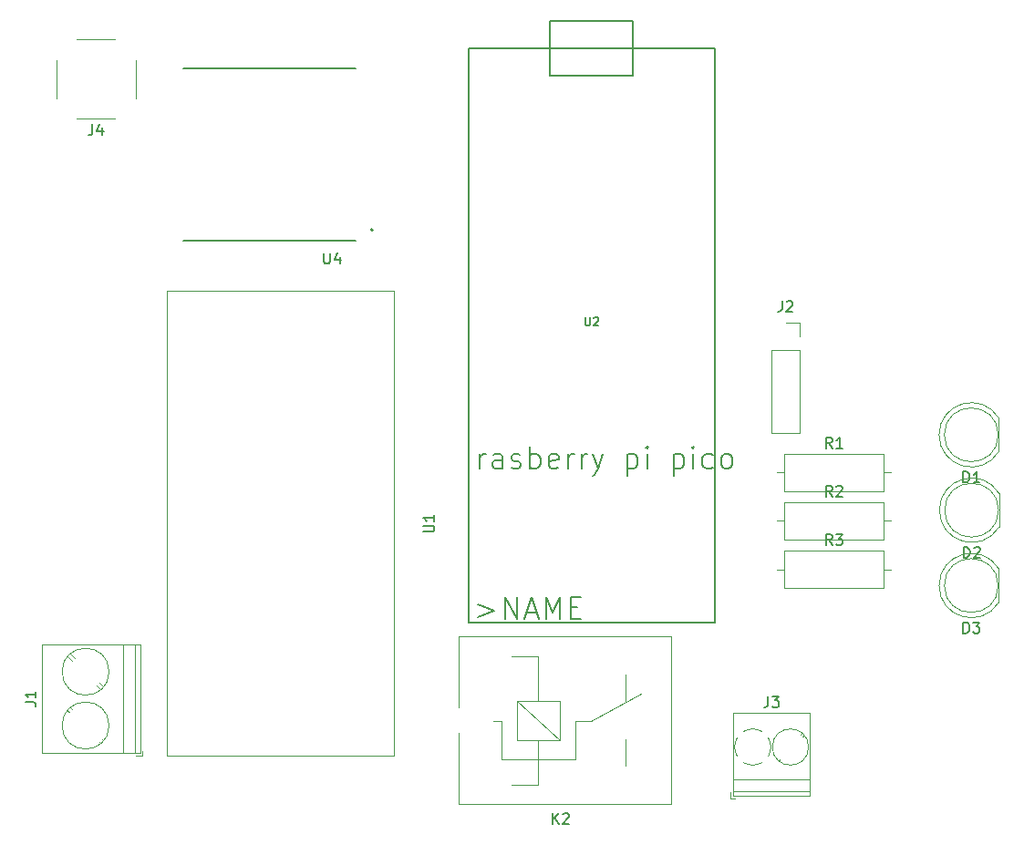
<source format=gbr>
%TF.GenerationSoftware,KiCad,Pcbnew,8.0.2*%
%TF.CreationDate,2024-05-25T14:23:29+03:00*%
%TF.ProjectId,LoRa_irrigation_system,4c6f5261-5f69-4727-9269-676174696f6e,rev?*%
%TF.SameCoordinates,Original*%
%TF.FileFunction,Legend,Top*%
%TF.FilePolarity,Positive*%
%FSLAX46Y46*%
G04 Gerber Fmt 4.6, Leading zero omitted, Abs format (unit mm)*
G04 Created by KiCad (PCBNEW 8.0.2) date 2024-05-25 14:23:29*
%MOMM*%
%LPD*%
G01*
G04 APERTURE LIST*
%ADD10C,0.150000*%
%ADD11C,0.120000*%
%ADD12C,0.152400*%
%ADD13C,0.203200*%
%ADD14C,0.200000*%
G04 APERTURE END LIST*
D10*
X91626666Y-53164819D02*
X91626666Y-53879104D01*
X91626666Y-53879104D02*
X91579047Y-54021961D01*
X91579047Y-54021961D02*
X91483809Y-54117200D01*
X91483809Y-54117200D02*
X91340952Y-54164819D01*
X91340952Y-54164819D02*
X91245714Y-54164819D01*
X92531428Y-53498152D02*
X92531428Y-54164819D01*
X92293333Y-53117200D02*
X92055238Y-53831485D01*
X92055238Y-53831485D02*
X92674285Y-53831485D01*
X172531905Y-93414819D02*
X172531905Y-92414819D01*
X172531905Y-92414819D02*
X172770000Y-92414819D01*
X172770000Y-92414819D02*
X172912857Y-92462438D01*
X172912857Y-92462438D02*
X173008095Y-92557676D01*
X173008095Y-92557676D02*
X173055714Y-92652914D01*
X173055714Y-92652914D02*
X173103333Y-92843390D01*
X173103333Y-92843390D02*
X173103333Y-92986247D01*
X173103333Y-92986247D02*
X173055714Y-93176723D01*
X173055714Y-93176723D02*
X173008095Y-93271961D01*
X173008095Y-93271961D02*
X172912857Y-93367200D01*
X172912857Y-93367200D02*
X172770000Y-93414819D01*
X172770000Y-93414819D02*
X172531905Y-93414819D01*
X173484286Y-92510057D02*
X173531905Y-92462438D01*
X173531905Y-92462438D02*
X173627143Y-92414819D01*
X173627143Y-92414819D02*
X173865238Y-92414819D01*
X173865238Y-92414819D02*
X173960476Y-92462438D01*
X173960476Y-92462438D02*
X174008095Y-92510057D01*
X174008095Y-92510057D02*
X174055714Y-92605295D01*
X174055714Y-92605295D02*
X174055714Y-92700533D01*
X174055714Y-92700533D02*
X174008095Y-92843390D01*
X174008095Y-92843390D02*
X173436667Y-93414819D01*
X173436667Y-93414819D02*
X174055714Y-93414819D01*
X172501905Y-86414819D02*
X172501905Y-85414819D01*
X172501905Y-85414819D02*
X172740000Y-85414819D01*
X172740000Y-85414819D02*
X172882857Y-85462438D01*
X172882857Y-85462438D02*
X172978095Y-85557676D01*
X172978095Y-85557676D02*
X173025714Y-85652914D01*
X173025714Y-85652914D02*
X173073333Y-85843390D01*
X173073333Y-85843390D02*
X173073333Y-85986247D01*
X173073333Y-85986247D02*
X173025714Y-86176723D01*
X173025714Y-86176723D02*
X172978095Y-86271961D01*
X172978095Y-86271961D02*
X172882857Y-86367200D01*
X172882857Y-86367200D02*
X172740000Y-86414819D01*
X172740000Y-86414819D02*
X172501905Y-86414819D01*
X174025714Y-86414819D02*
X173454286Y-86414819D01*
X173740000Y-86414819D02*
X173740000Y-85414819D01*
X173740000Y-85414819D02*
X173644762Y-85557676D01*
X173644762Y-85557676D02*
X173549524Y-85652914D01*
X173549524Y-85652914D02*
X173454286Y-85700533D01*
X154366666Y-106294819D02*
X154366666Y-107009104D01*
X154366666Y-107009104D02*
X154319047Y-107151961D01*
X154319047Y-107151961D02*
X154223809Y-107247200D01*
X154223809Y-107247200D02*
X154080952Y-107294819D01*
X154080952Y-107294819D02*
X153985714Y-107294819D01*
X154747619Y-106294819D02*
X155366666Y-106294819D01*
X155366666Y-106294819D02*
X155033333Y-106675771D01*
X155033333Y-106675771D02*
X155176190Y-106675771D01*
X155176190Y-106675771D02*
X155271428Y-106723390D01*
X155271428Y-106723390D02*
X155319047Y-106771009D01*
X155319047Y-106771009D02*
X155366666Y-106866247D01*
X155366666Y-106866247D02*
X155366666Y-107104342D01*
X155366666Y-107104342D02*
X155319047Y-107199580D01*
X155319047Y-107199580D02*
X155271428Y-107247200D01*
X155271428Y-107247200D02*
X155176190Y-107294819D01*
X155176190Y-107294819D02*
X154890476Y-107294819D01*
X154890476Y-107294819D02*
X154795238Y-107247200D01*
X154795238Y-107247200D02*
X154747619Y-107199580D01*
X85394819Y-106833333D02*
X86109104Y-106833333D01*
X86109104Y-106833333D02*
X86251961Y-106880952D01*
X86251961Y-106880952D02*
X86347200Y-106976190D01*
X86347200Y-106976190D02*
X86394819Y-107119047D01*
X86394819Y-107119047D02*
X86394819Y-107214285D01*
X86394819Y-105833333D02*
X86394819Y-106404761D01*
X86394819Y-106119047D02*
X85394819Y-106119047D01*
X85394819Y-106119047D02*
X85537676Y-106214285D01*
X85537676Y-106214285D02*
X85632914Y-106309523D01*
X85632914Y-106309523D02*
X85680533Y-106404761D01*
X160333333Y-87734819D02*
X160000000Y-87258628D01*
X159761905Y-87734819D02*
X159761905Y-86734819D01*
X159761905Y-86734819D02*
X160142857Y-86734819D01*
X160142857Y-86734819D02*
X160238095Y-86782438D01*
X160238095Y-86782438D02*
X160285714Y-86830057D01*
X160285714Y-86830057D02*
X160333333Y-86925295D01*
X160333333Y-86925295D02*
X160333333Y-87068152D01*
X160333333Y-87068152D02*
X160285714Y-87163390D01*
X160285714Y-87163390D02*
X160238095Y-87211009D01*
X160238095Y-87211009D02*
X160142857Y-87258628D01*
X160142857Y-87258628D02*
X159761905Y-87258628D01*
X160714286Y-86830057D02*
X160761905Y-86782438D01*
X160761905Y-86782438D02*
X160857143Y-86734819D01*
X160857143Y-86734819D02*
X161095238Y-86734819D01*
X161095238Y-86734819D02*
X161190476Y-86782438D01*
X161190476Y-86782438D02*
X161238095Y-86830057D01*
X161238095Y-86830057D02*
X161285714Y-86925295D01*
X161285714Y-86925295D02*
X161285714Y-87020533D01*
X161285714Y-87020533D02*
X161238095Y-87163390D01*
X161238095Y-87163390D02*
X160666667Y-87734819D01*
X160666667Y-87734819D02*
X161285714Y-87734819D01*
X122378319Y-91013404D02*
X123187842Y-91013404D01*
X123187842Y-91013404D02*
X123283080Y-90965785D01*
X123283080Y-90965785D02*
X123330700Y-90918166D01*
X123330700Y-90918166D02*
X123378319Y-90822928D01*
X123378319Y-90822928D02*
X123378319Y-90632452D01*
X123378319Y-90632452D02*
X123330700Y-90537214D01*
X123330700Y-90537214D02*
X123283080Y-90489595D01*
X123283080Y-90489595D02*
X123187842Y-90441976D01*
X123187842Y-90441976D02*
X122378319Y-90441976D01*
X123378319Y-89441976D02*
X123378319Y-90013404D01*
X123378319Y-89727690D02*
X122378319Y-89727690D01*
X122378319Y-89727690D02*
X122521176Y-89822928D01*
X122521176Y-89822928D02*
X122616414Y-89918166D01*
X122616414Y-89918166D02*
X122664033Y-90013404D01*
X137400074Y-71069065D02*
X137400074Y-71706486D01*
X137400074Y-71706486D02*
X137437570Y-71781476D01*
X137437570Y-71781476D02*
X137475065Y-71818972D01*
X137475065Y-71818972D02*
X137550056Y-71856467D01*
X137550056Y-71856467D02*
X137700037Y-71856467D01*
X137700037Y-71856467D02*
X137775028Y-71818972D01*
X137775028Y-71818972D02*
X137812523Y-71781476D01*
X137812523Y-71781476D02*
X137850018Y-71706486D01*
X137850018Y-71706486D02*
X137850018Y-71069065D01*
X138187476Y-71144056D02*
X138224971Y-71106560D01*
X138224971Y-71106560D02*
X138299962Y-71069065D01*
X138299962Y-71069065D02*
X138487439Y-71069065D01*
X138487439Y-71069065D02*
X138562429Y-71106560D01*
X138562429Y-71106560D02*
X138599925Y-71144056D01*
X138599925Y-71144056D02*
X138637420Y-71219046D01*
X138637420Y-71219046D02*
X138637420Y-71294037D01*
X138637420Y-71294037D02*
X138599925Y-71406523D01*
X138599925Y-71406523D02*
X138149981Y-71856467D01*
X138149981Y-71856467D02*
X138637420Y-71856467D01*
X127603332Y-85117438D02*
X127603332Y-83784104D01*
X127603332Y-84165057D02*
X127698570Y-83974580D01*
X127698570Y-83974580D02*
X127793808Y-83879342D01*
X127793808Y-83879342D02*
X127984284Y-83784104D01*
X127984284Y-83784104D02*
X128174761Y-83784104D01*
X129698570Y-85117438D02*
X129698570Y-84069819D01*
X129698570Y-84069819D02*
X129603332Y-83879342D01*
X129603332Y-83879342D02*
X129412856Y-83784104D01*
X129412856Y-83784104D02*
X129031903Y-83784104D01*
X129031903Y-83784104D02*
X128841427Y-83879342D01*
X129698570Y-85022200D02*
X129508094Y-85117438D01*
X129508094Y-85117438D02*
X129031903Y-85117438D01*
X129031903Y-85117438D02*
X128841427Y-85022200D01*
X128841427Y-85022200D02*
X128746189Y-84831723D01*
X128746189Y-84831723D02*
X128746189Y-84641247D01*
X128746189Y-84641247D02*
X128841427Y-84450771D01*
X128841427Y-84450771D02*
X129031903Y-84355533D01*
X129031903Y-84355533D02*
X129508094Y-84355533D01*
X129508094Y-84355533D02*
X129698570Y-84260295D01*
X130555713Y-85022200D02*
X130746189Y-85117438D01*
X130746189Y-85117438D02*
X131127141Y-85117438D01*
X131127141Y-85117438D02*
X131317618Y-85022200D01*
X131317618Y-85022200D02*
X131412856Y-84831723D01*
X131412856Y-84831723D02*
X131412856Y-84736485D01*
X131412856Y-84736485D02*
X131317618Y-84546009D01*
X131317618Y-84546009D02*
X131127141Y-84450771D01*
X131127141Y-84450771D02*
X130841427Y-84450771D01*
X130841427Y-84450771D02*
X130650951Y-84355533D01*
X130650951Y-84355533D02*
X130555713Y-84165057D01*
X130555713Y-84165057D02*
X130555713Y-84069819D01*
X130555713Y-84069819D02*
X130650951Y-83879342D01*
X130650951Y-83879342D02*
X130841427Y-83784104D01*
X130841427Y-83784104D02*
X131127141Y-83784104D01*
X131127141Y-83784104D02*
X131317618Y-83879342D01*
X132269999Y-85117438D02*
X132269999Y-83117438D01*
X132269999Y-83879342D02*
X132460475Y-83784104D01*
X132460475Y-83784104D02*
X132841428Y-83784104D01*
X132841428Y-83784104D02*
X133031904Y-83879342D01*
X133031904Y-83879342D02*
X133127142Y-83974580D01*
X133127142Y-83974580D02*
X133222380Y-84165057D01*
X133222380Y-84165057D02*
X133222380Y-84736485D01*
X133222380Y-84736485D02*
X133127142Y-84926961D01*
X133127142Y-84926961D02*
X133031904Y-85022200D01*
X133031904Y-85022200D02*
X132841428Y-85117438D01*
X132841428Y-85117438D02*
X132460475Y-85117438D01*
X132460475Y-85117438D02*
X132269999Y-85022200D01*
X134841428Y-85022200D02*
X134650952Y-85117438D01*
X134650952Y-85117438D02*
X134269999Y-85117438D01*
X134269999Y-85117438D02*
X134079523Y-85022200D01*
X134079523Y-85022200D02*
X133984285Y-84831723D01*
X133984285Y-84831723D02*
X133984285Y-84069819D01*
X133984285Y-84069819D02*
X134079523Y-83879342D01*
X134079523Y-83879342D02*
X134269999Y-83784104D01*
X134269999Y-83784104D02*
X134650952Y-83784104D01*
X134650952Y-83784104D02*
X134841428Y-83879342D01*
X134841428Y-83879342D02*
X134936666Y-84069819D01*
X134936666Y-84069819D02*
X134936666Y-84260295D01*
X134936666Y-84260295D02*
X133984285Y-84450771D01*
X135793809Y-85117438D02*
X135793809Y-83784104D01*
X135793809Y-84165057D02*
X135889047Y-83974580D01*
X135889047Y-83974580D02*
X135984285Y-83879342D01*
X135984285Y-83879342D02*
X136174761Y-83784104D01*
X136174761Y-83784104D02*
X136365238Y-83784104D01*
X137031904Y-85117438D02*
X137031904Y-83784104D01*
X137031904Y-84165057D02*
X137127142Y-83974580D01*
X137127142Y-83974580D02*
X137222380Y-83879342D01*
X137222380Y-83879342D02*
X137412856Y-83784104D01*
X137412856Y-83784104D02*
X137603333Y-83784104D01*
X138079523Y-83784104D02*
X138555713Y-85117438D01*
X139031904Y-83784104D02*
X138555713Y-85117438D01*
X138555713Y-85117438D02*
X138365237Y-85593628D01*
X138365237Y-85593628D02*
X138269999Y-85688866D01*
X138269999Y-85688866D02*
X138079523Y-85784104D01*
X141317619Y-83784104D02*
X141317619Y-85784104D01*
X141317619Y-83879342D02*
X141508095Y-83784104D01*
X141508095Y-83784104D02*
X141889048Y-83784104D01*
X141889048Y-83784104D02*
X142079524Y-83879342D01*
X142079524Y-83879342D02*
X142174762Y-83974580D01*
X142174762Y-83974580D02*
X142270000Y-84165057D01*
X142270000Y-84165057D02*
X142270000Y-84736485D01*
X142270000Y-84736485D02*
X142174762Y-84926961D01*
X142174762Y-84926961D02*
X142079524Y-85022200D01*
X142079524Y-85022200D02*
X141889048Y-85117438D01*
X141889048Y-85117438D02*
X141508095Y-85117438D01*
X141508095Y-85117438D02*
X141317619Y-85022200D01*
X143127143Y-85117438D02*
X143127143Y-83784104D01*
X143127143Y-83117438D02*
X143031905Y-83212676D01*
X143031905Y-83212676D02*
X143127143Y-83307914D01*
X143127143Y-83307914D02*
X143222381Y-83212676D01*
X143222381Y-83212676D02*
X143127143Y-83117438D01*
X143127143Y-83117438D02*
X143127143Y-83307914D01*
X145603334Y-83784104D02*
X145603334Y-85784104D01*
X145603334Y-83879342D02*
X145793810Y-83784104D01*
X145793810Y-83784104D02*
X146174763Y-83784104D01*
X146174763Y-83784104D02*
X146365239Y-83879342D01*
X146365239Y-83879342D02*
X146460477Y-83974580D01*
X146460477Y-83974580D02*
X146555715Y-84165057D01*
X146555715Y-84165057D02*
X146555715Y-84736485D01*
X146555715Y-84736485D02*
X146460477Y-84926961D01*
X146460477Y-84926961D02*
X146365239Y-85022200D01*
X146365239Y-85022200D02*
X146174763Y-85117438D01*
X146174763Y-85117438D02*
X145793810Y-85117438D01*
X145793810Y-85117438D02*
X145603334Y-85022200D01*
X147412858Y-85117438D02*
X147412858Y-83784104D01*
X147412858Y-83117438D02*
X147317620Y-83212676D01*
X147317620Y-83212676D02*
X147412858Y-83307914D01*
X147412858Y-83307914D02*
X147508096Y-83212676D01*
X147508096Y-83212676D02*
X147412858Y-83117438D01*
X147412858Y-83117438D02*
X147412858Y-83307914D01*
X149222382Y-85022200D02*
X149031906Y-85117438D01*
X149031906Y-85117438D02*
X148650953Y-85117438D01*
X148650953Y-85117438D02*
X148460477Y-85022200D01*
X148460477Y-85022200D02*
X148365239Y-84926961D01*
X148365239Y-84926961D02*
X148270001Y-84736485D01*
X148270001Y-84736485D02*
X148270001Y-84165057D01*
X148270001Y-84165057D02*
X148365239Y-83974580D01*
X148365239Y-83974580D02*
X148460477Y-83879342D01*
X148460477Y-83879342D02*
X148650953Y-83784104D01*
X148650953Y-83784104D02*
X149031906Y-83784104D01*
X149031906Y-83784104D02*
X149222382Y-83879342D01*
X150365239Y-85117438D02*
X150174763Y-85022200D01*
X150174763Y-85022200D02*
X150079525Y-84926961D01*
X150079525Y-84926961D02*
X149984287Y-84736485D01*
X149984287Y-84736485D02*
X149984287Y-84165057D01*
X149984287Y-84165057D02*
X150079525Y-83974580D01*
X150079525Y-83974580D02*
X150174763Y-83879342D01*
X150174763Y-83879342D02*
X150365239Y-83784104D01*
X150365239Y-83784104D02*
X150650954Y-83784104D01*
X150650954Y-83784104D02*
X150841430Y-83879342D01*
X150841430Y-83879342D02*
X150936668Y-83974580D01*
X150936668Y-83974580D02*
X151031906Y-84165057D01*
X151031906Y-84165057D02*
X151031906Y-84736485D01*
X151031906Y-84736485D02*
X150936668Y-84926961D01*
X150936668Y-84926961D02*
X150841430Y-85022200D01*
X150841430Y-85022200D02*
X150650954Y-85117438D01*
X150650954Y-85117438D02*
X150365239Y-85117438D01*
X127443809Y-97754104D02*
X128967619Y-98325533D01*
X128967619Y-98325533D02*
X127443809Y-98896961D01*
X129919999Y-99087438D02*
X129919999Y-97087438D01*
X129919999Y-97087438D02*
X131062856Y-99087438D01*
X131062856Y-99087438D02*
X131062856Y-97087438D01*
X131919999Y-98516009D02*
X132872380Y-98516009D01*
X131729523Y-99087438D02*
X132396189Y-97087438D01*
X132396189Y-97087438D02*
X133062856Y-99087438D01*
X133729523Y-99087438D02*
X133729523Y-97087438D01*
X133729523Y-97087438D02*
X134396190Y-98516009D01*
X134396190Y-98516009D02*
X135062856Y-97087438D01*
X135062856Y-97087438D02*
X135062856Y-99087438D01*
X136015237Y-98039819D02*
X136681904Y-98039819D01*
X136967618Y-99087438D02*
X136015237Y-99087438D01*
X136015237Y-99087438D02*
X136015237Y-97087438D01*
X136015237Y-97087438D02*
X136967618Y-97087438D01*
X155666666Y-69564819D02*
X155666666Y-70279104D01*
X155666666Y-70279104D02*
X155619047Y-70421961D01*
X155619047Y-70421961D02*
X155523809Y-70517200D01*
X155523809Y-70517200D02*
X155380952Y-70564819D01*
X155380952Y-70564819D02*
X155285714Y-70564819D01*
X156095238Y-69660057D02*
X156142857Y-69612438D01*
X156142857Y-69612438D02*
X156238095Y-69564819D01*
X156238095Y-69564819D02*
X156476190Y-69564819D01*
X156476190Y-69564819D02*
X156571428Y-69612438D01*
X156571428Y-69612438D02*
X156619047Y-69660057D01*
X156619047Y-69660057D02*
X156666666Y-69755295D01*
X156666666Y-69755295D02*
X156666666Y-69850533D01*
X156666666Y-69850533D02*
X156619047Y-69993390D01*
X156619047Y-69993390D02*
X156047619Y-70564819D01*
X156047619Y-70564819D02*
X156666666Y-70564819D01*
X134361905Y-118154819D02*
X134361905Y-117154819D01*
X134933333Y-118154819D02*
X134504762Y-117583390D01*
X134933333Y-117154819D02*
X134361905Y-117726247D01*
X135314286Y-117250057D02*
X135361905Y-117202438D01*
X135361905Y-117202438D02*
X135457143Y-117154819D01*
X135457143Y-117154819D02*
X135695238Y-117154819D01*
X135695238Y-117154819D02*
X135790476Y-117202438D01*
X135790476Y-117202438D02*
X135838095Y-117250057D01*
X135838095Y-117250057D02*
X135885714Y-117345295D01*
X135885714Y-117345295D02*
X135885714Y-117440533D01*
X135885714Y-117440533D02*
X135838095Y-117583390D01*
X135838095Y-117583390D02*
X135266667Y-118154819D01*
X135266667Y-118154819D02*
X135885714Y-118154819D01*
X113126471Y-65113806D02*
X113126471Y-65925459D01*
X113126471Y-65925459D02*
X113174215Y-66020947D01*
X113174215Y-66020947D02*
X113221960Y-66068692D01*
X113221960Y-66068692D02*
X113317448Y-66116436D01*
X113317448Y-66116436D02*
X113508425Y-66116436D01*
X113508425Y-66116436D02*
X113603914Y-66068692D01*
X113603914Y-66068692D02*
X113651658Y-66020947D01*
X113651658Y-66020947D02*
X113699402Y-65925459D01*
X113699402Y-65925459D02*
X113699402Y-65113806D01*
X114606544Y-65448016D02*
X114606544Y-66116436D01*
X114367822Y-65066062D02*
X114129101Y-65782226D01*
X114129101Y-65782226D02*
X114749776Y-65782226D01*
X160333333Y-92234819D02*
X160000000Y-91758628D01*
X159761905Y-92234819D02*
X159761905Y-91234819D01*
X159761905Y-91234819D02*
X160142857Y-91234819D01*
X160142857Y-91234819D02*
X160238095Y-91282438D01*
X160238095Y-91282438D02*
X160285714Y-91330057D01*
X160285714Y-91330057D02*
X160333333Y-91425295D01*
X160333333Y-91425295D02*
X160333333Y-91568152D01*
X160333333Y-91568152D02*
X160285714Y-91663390D01*
X160285714Y-91663390D02*
X160238095Y-91711009D01*
X160238095Y-91711009D02*
X160142857Y-91758628D01*
X160142857Y-91758628D02*
X159761905Y-91758628D01*
X160666667Y-91234819D02*
X161285714Y-91234819D01*
X161285714Y-91234819D02*
X160952381Y-91615771D01*
X160952381Y-91615771D02*
X161095238Y-91615771D01*
X161095238Y-91615771D02*
X161190476Y-91663390D01*
X161190476Y-91663390D02*
X161238095Y-91711009D01*
X161238095Y-91711009D02*
X161285714Y-91806247D01*
X161285714Y-91806247D02*
X161285714Y-92044342D01*
X161285714Y-92044342D02*
X161238095Y-92139580D01*
X161238095Y-92139580D02*
X161190476Y-92187200D01*
X161190476Y-92187200D02*
X161095238Y-92234819D01*
X161095238Y-92234819D02*
X160809524Y-92234819D01*
X160809524Y-92234819D02*
X160714286Y-92187200D01*
X160714286Y-92187200D02*
X160666667Y-92139580D01*
X160333333Y-83234819D02*
X160000000Y-82758628D01*
X159761905Y-83234819D02*
X159761905Y-82234819D01*
X159761905Y-82234819D02*
X160142857Y-82234819D01*
X160142857Y-82234819D02*
X160238095Y-82282438D01*
X160238095Y-82282438D02*
X160285714Y-82330057D01*
X160285714Y-82330057D02*
X160333333Y-82425295D01*
X160333333Y-82425295D02*
X160333333Y-82568152D01*
X160333333Y-82568152D02*
X160285714Y-82663390D01*
X160285714Y-82663390D02*
X160238095Y-82711009D01*
X160238095Y-82711009D02*
X160142857Y-82758628D01*
X160142857Y-82758628D02*
X159761905Y-82758628D01*
X161285714Y-83234819D02*
X160714286Y-83234819D01*
X161000000Y-83234819D02*
X161000000Y-82234819D01*
X161000000Y-82234819D02*
X160904762Y-82377676D01*
X160904762Y-82377676D02*
X160809524Y-82472914D01*
X160809524Y-82472914D02*
X160714286Y-82520533D01*
X172501905Y-100414819D02*
X172501905Y-99414819D01*
X172501905Y-99414819D02*
X172740000Y-99414819D01*
X172740000Y-99414819D02*
X172882857Y-99462438D01*
X172882857Y-99462438D02*
X172978095Y-99557676D01*
X172978095Y-99557676D02*
X173025714Y-99652914D01*
X173025714Y-99652914D02*
X173073333Y-99843390D01*
X173073333Y-99843390D02*
X173073333Y-99986247D01*
X173073333Y-99986247D02*
X173025714Y-100176723D01*
X173025714Y-100176723D02*
X172978095Y-100271961D01*
X172978095Y-100271961D02*
X172882857Y-100367200D01*
X172882857Y-100367200D02*
X172740000Y-100414819D01*
X172740000Y-100414819D02*
X172501905Y-100414819D01*
X173406667Y-99414819D02*
X174025714Y-99414819D01*
X174025714Y-99414819D02*
X173692381Y-99795771D01*
X173692381Y-99795771D02*
X173835238Y-99795771D01*
X173835238Y-99795771D02*
X173930476Y-99843390D01*
X173930476Y-99843390D02*
X173978095Y-99891009D01*
X173978095Y-99891009D02*
X174025714Y-99986247D01*
X174025714Y-99986247D02*
X174025714Y-100224342D01*
X174025714Y-100224342D02*
X173978095Y-100319580D01*
X173978095Y-100319580D02*
X173930476Y-100367200D01*
X173930476Y-100367200D02*
X173835238Y-100414819D01*
X173835238Y-100414819D02*
X173549524Y-100414819D01*
X173549524Y-100414819D02*
X173454286Y-100367200D01*
X173454286Y-100367200D02*
X173406667Y-100319580D01*
D11*
%TO.C,J4*%
X88280000Y-50760000D02*
X88280000Y-47160000D01*
X93760000Y-45280000D02*
X90160000Y-45280000D01*
X93760000Y-52640000D02*
X90160000Y-52640000D01*
X95640000Y-50760000D02*
X95640000Y-47160000D01*
%TO.C,D2*%
X175830000Y-90545000D02*
X175830000Y-87455000D01*
X170280000Y-89000462D02*
G75*
G02*
X175830000Y-87455170I2990000J462D01*
G01*
X175830000Y-90544830D02*
G75*
G02*
X170280000Y-88999538I-2560000J1544830D01*
G01*
X175770000Y-89000000D02*
G75*
G02*
X170770000Y-89000000I-2500000J0D01*
G01*
X170770000Y-89000000D02*
G75*
G02*
X175770000Y-89000000I2500000J0D01*
G01*
%TO.C,D1*%
X175800000Y-83545000D02*
X175800000Y-80455000D01*
X170250000Y-82000462D02*
G75*
G02*
X175800000Y-80455170I2990000J462D01*
G01*
X175800000Y-83544830D02*
G75*
G02*
X170250000Y-81999538I-2560000J1544830D01*
G01*
X175740000Y-82000000D02*
G75*
G02*
X170740000Y-82000000I-2500000J0D01*
G01*
X170740000Y-82000000D02*
G75*
G02*
X175740000Y-82000000I2500000J0D01*
G01*
%TO.C,J3*%
X150900000Y-115160000D02*
X150900000Y-115800000D01*
X150900000Y-115800000D02*
X151300000Y-115800000D01*
X151140000Y-107840000D02*
X151140000Y-115560000D01*
X151140000Y-107840000D02*
X158260000Y-107840000D01*
X151140000Y-114000000D02*
X158260000Y-114000000D01*
X151140000Y-115100000D02*
X158260000Y-115100000D01*
X151140000Y-115560000D02*
X158260000Y-115560000D01*
X155305000Y-111941000D02*
X155176000Y-112069000D01*
X155475000Y-112181000D02*
X155381000Y-112274000D01*
X157520000Y-109725000D02*
X157426000Y-109819000D01*
X157725000Y-109931000D02*
X157596000Y-110059000D01*
X158260000Y-107840000D02*
X158260000Y-115560000D01*
X151524642Y-111889894D02*
G75*
G02*
X151510000Y-110134000I1425356J889894D01*
G01*
X152060106Y-109574642D02*
G75*
G02*
X153816000Y-109560000I889894J-1425356D01*
G01*
X152978674Y-112680099D02*
G75*
G02*
X152084000Y-112440000I-28671J1680113D01*
G01*
X153840264Y-112424721D02*
G75*
G02*
X152950000Y-112680000I-890261J1424711D01*
G01*
X154375504Y-110109807D02*
G75*
G02*
X154375000Y-111891000I-1425507J-890193D01*
G01*
X158130000Y-111000000D02*
G75*
G02*
X154770000Y-111000000I-1680000J0D01*
G01*
X154770000Y-111000000D02*
G75*
G02*
X158130000Y-111000000I1680000J0D01*
G01*
%TO.C,J1*%
X86940000Y-101440000D02*
X96060000Y-101440000D01*
X86940000Y-111560000D02*
X86940000Y-101440000D01*
X86940000Y-111560000D02*
X96060000Y-111560000D01*
X89346000Y-102612000D02*
X89726000Y-102992000D01*
X89346000Y-107612000D02*
X89453000Y-107719000D01*
X89612000Y-102346000D02*
X90008000Y-102741000D01*
X89612000Y-107346000D02*
X89719000Y-107453000D01*
X91992000Y-105258000D02*
X92388000Y-105653000D01*
X92274000Y-105007000D02*
X92654000Y-105387000D01*
X92281000Y-110548000D02*
X92388000Y-110654000D01*
X92547000Y-110282000D02*
X92654000Y-110388000D01*
X94500000Y-111560000D02*
X94500000Y-101440000D01*
X95600000Y-111560000D02*
X95600000Y-101440000D01*
X95660000Y-111800000D02*
X96300000Y-111800000D01*
X96060000Y-111560000D02*
X96060000Y-101440000D01*
X96300000Y-111800000D02*
X96300000Y-111400000D01*
X93180000Y-104000000D02*
G75*
G02*
X88820000Y-104000000I-2180000J0D01*
G01*
X88820000Y-104000000D02*
G75*
G02*
X93180000Y-104000000I2180000J0D01*
G01*
X93180000Y-109000000D02*
G75*
G02*
X88820000Y-109000000I-2180000J0D01*
G01*
X88820000Y-109000000D02*
G75*
G02*
X93180000Y-109000000I2180000J0D01*
G01*
%TO.C,R2*%
X155190000Y-90000000D02*
X155880000Y-90000000D01*
X155880000Y-88280000D02*
X155880000Y-91720000D01*
X155880000Y-91720000D02*
X165120000Y-91720000D01*
X165120000Y-88280000D02*
X155880000Y-88280000D01*
X165120000Y-91720000D02*
X165120000Y-88280000D01*
X165810000Y-90000000D02*
X165120000Y-90000000D01*
%TO.C,U1*%
X98531500Y-111841500D02*
X119613500Y-111841500D01*
X119613500Y-68661500D01*
X98531500Y-68661500D01*
X98531500Y-111841500D01*
D12*
%TO.C,U2*%
X126570000Y-46100000D02*
X126570000Y-99440000D01*
X126570000Y-99440000D02*
X149430000Y-99440000D01*
X134106690Y-43560000D02*
X134106690Y-48640000D01*
X134106690Y-48640000D02*
X141810000Y-48640000D01*
X141810000Y-43560000D02*
X134106690Y-43560000D01*
X141810000Y-48640000D02*
X141810000Y-43560000D01*
X149430000Y-46100000D02*
X126570000Y-46100000D01*
X149430000Y-99440000D02*
X149430000Y-46100000D01*
D11*
%TO.C,J2*%
X154670000Y-74150000D02*
X154670000Y-81830000D01*
X154670000Y-74150000D02*
X157330000Y-74150000D01*
X154670000Y-81830000D02*
X157330000Y-81830000D01*
X156000000Y-71550000D02*
X157330000Y-71550000D01*
X157330000Y-71550000D02*
X157330000Y-72880000D01*
X157330000Y-74150000D02*
X157330000Y-81830000D01*
%TO.C,K2*%
X125600000Y-100700000D02*
X125600000Y-107300000D01*
X125600000Y-100700000D02*
X145400000Y-100700000D01*
X125600000Y-109700000D02*
X125600000Y-116300000D01*
X129650000Y-108550000D02*
X128850000Y-108550000D01*
X129650000Y-108550000D02*
X129650000Y-112150000D01*
X130550000Y-114550000D02*
X133050000Y-114550000D01*
X131050000Y-106750000D02*
X135050000Y-106750000D01*
X131050000Y-110350000D02*
X131050000Y-106750000D01*
X133050000Y-102550000D02*
X130550000Y-102550000D01*
X133050000Y-102550000D02*
X133050000Y-106750000D01*
X133050000Y-110350000D02*
X133050000Y-114550000D01*
X135050000Y-106750000D02*
X135050000Y-110350000D01*
X135050000Y-110350000D02*
X131050000Y-106750000D01*
X135050000Y-110350000D02*
X131050000Y-110350000D01*
X136450000Y-108550000D02*
X136450000Y-112150000D01*
X136450000Y-108550000D02*
X137950000Y-108550000D01*
X136450000Y-112150000D02*
X129650000Y-112150000D01*
X137950000Y-108550000D02*
X142550000Y-106050000D01*
X141150000Y-104300000D02*
X141150000Y-106800000D01*
X141150000Y-112700000D02*
X141150000Y-110250000D01*
X145400000Y-100700000D02*
X145400000Y-116300000D01*
X145400000Y-116300000D02*
X125600000Y-116300000D01*
D13*
%TO.C,U4*%
X100050000Y-48000000D02*
X116050000Y-48000000D01*
X116050000Y-64000000D02*
X100050000Y-64000000D01*
D14*
X117675000Y-62985000D02*
G75*
G02*
X117475000Y-62985000I-100000J0D01*
G01*
X117475000Y-62985000D02*
G75*
G02*
X117675000Y-62985000I100000J0D01*
G01*
D11*
%TO.C,R3*%
X155190000Y-94500000D02*
X155880000Y-94500000D01*
X155880000Y-92780000D02*
X155880000Y-96220000D01*
X155880000Y-96220000D02*
X165120000Y-96220000D01*
X165120000Y-92780000D02*
X155880000Y-92780000D01*
X165120000Y-96220000D02*
X165120000Y-92780000D01*
X165810000Y-94500000D02*
X165120000Y-94500000D01*
%TO.C,R1*%
X155190000Y-85500000D02*
X155880000Y-85500000D01*
X155880000Y-83780000D02*
X155880000Y-87220000D01*
X155880000Y-87220000D02*
X165120000Y-87220000D01*
X165120000Y-83780000D02*
X155880000Y-83780000D01*
X165120000Y-87220000D02*
X165120000Y-83780000D01*
X165810000Y-85500000D02*
X165120000Y-85500000D01*
%TO.C,D3*%
X175800000Y-97545000D02*
X175800000Y-94455000D01*
X170250000Y-96000462D02*
G75*
G02*
X175800000Y-94455170I2990000J462D01*
G01*
X175800000Y-97544830D02*
G75*
G02*
X170250000Y-95999538I-2560000J1544830D01*
G01*
X175740000Y-96000000D02*
G75*
G02*
X170740000Y-96000000I-2500000J0D01*
G01*
X170740000Y-96000000D02*
G75*
G02*
X175740000Y-96000000I2500000J0D01*
G01*
%TD*%
M02*

</source>
